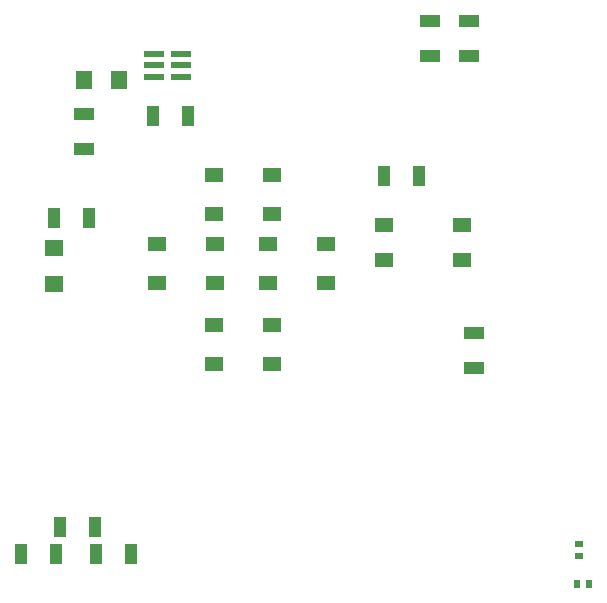
<source format=gtp>
G04*
G04 #@! TF.GenerationSoftware,Altium Limited,Altium Designer,24.3.1 (35)*
G04*
G04 Layer_Color=8421504*
%FSLAX44Y44*%
%MOMM*%
G71*
G04*
G04 #@! TF.SameCoordinates,5EED45F6-1682-4EC0-A4BB-04ECB5DEF22F*
G04*
G04*
G04 #@! TF.FilePolarity,Positive*
G04*
G01*
G75*
%ADD15R,0.6000X0.7000*%
%ADD16R,0.7000X0.6000*%
G04:AMPARAMS|DCode=17|XSize=1.61mm|YSize=0.59mm|CornerRadius=0.0738mm|HoleSize=0mm|Usage=FLASHONLY|Rotation=180.000|XOffset=0mm|YOffset=0mm|HoleType=Round|Shape=RoundedRectangle|*
%AMROUNDEDRECTD17*
21,1,1.6100,0.4425,0,0,180.0*
21,1,1.4625,0.5900,0,0,180.0*
1,1,0.1475,-0.7313,0.2213*
1,1,0.1475,0.7313,0.2213*
1,1,0.1475,0.7313,-0.2213*
1,1,0.1475,-0.7313,-0.2213*
%
%ADD17ROUNDEDRECTD17*%
%ADD18R,1.1176X1.8034*%
%ADD19R,1.5000X1.2000*%
%ADD20R,1.8034X1.1176*%
%ADD21R,1.5748X1.2065*%
%ADD22R,1.3970X1.6002*%
%ADD23R,1.6002X1.3970*%
D15*
X605630Y35560D02*
D03*
X595630D02*
D03*
D16*
X596900Y69850D02*
D03*
Y59850D02*
D03*
D17*
X260370Y484480D02*
D03*
Y474980D02*
D03*
Y465480D02*
D03*
X237470D02*
D03*
Y474980D02*
D03*
Y484480D02*
D03*
D18*
X154686Y60960D02*
D03*
X124714D02*
D03*
X266446Y431800D02*
D03*
X236474D02*
D03*
X182626Y345440D02*
D03*
X152654D02*
D03*
X217932Y60960D02*
D03*
X187960D02*
D03*
X157734Y83820D02*
D03*
X187706D02*
D03*
X432054Y381000D02*
D03*
X462026D02*
D03*
D19*
X497820Y340120D02*
D03*
X431820Y310120D02*
D03*
Y340120D02*
D03*
X497820Y310120D02*
D03*
D20*
X471170Y512826D02*
D03*
Y482854D02*
D03*
X177800Y404114D02*
D03*
Y434086D02*
D03*
X508000Y248666D02*
D03*
Y218694D02*
D03*
X504190Y482854D02*
D03*
Y512826D02*
D03*
D21*
X382524Y323469D02*
D03*
X333756D02*
D03*
X382524Y291211D02*
D03*
X333756D02*
D03*
X288544Y323469D02*
D03*
X239776D02*
D03*
X288544Y291211D02*
D03*
X239776D02*
D03*
X336804Y381889D02*
D03*
X288036D02*
D03*
X336804Y349631D02*
D03*
X288036D02*
D03*
Y222631D02*
D03*
X336804D02*
D03*
X288036Y254889D02*
D03*
X336804D02*
D03*
D22*
X178054Y462280D02*
D03*
X208026D02*
D03*
D23*
X152400Y320040D02*
D03*
Y290068D02*
D03*
M02*

</source>
